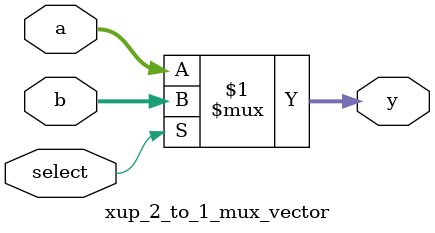
<source format=v>
`timescale 1ns / 1ps
module xup_2_to_1_mux_vector #(parameter SIZE = 4 , DELAY = 3)(
   input [SIZE-1:0] a,
   input [SIZE-1:0] b,
   input select,
   output [SIZE-1:0] y
   );
   
   assign #DELAY y= select?b:a;
       
endmodule

</source>
